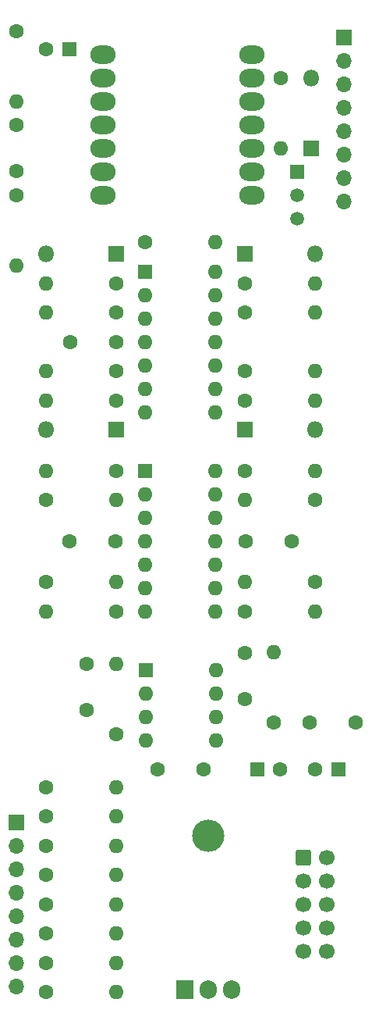
<source format=gbr>
%TF.GenerationSoftware,KiCad,Pcbnew,8.0.7*%
%TF.CreationDate,2025-03-25T15:13:18-04:00*%
%TF.ProjectId,bing-bong-pcb-audio,62696e67-2d62-46f6-9e67-2d7063622d61,rev?*%
%TF.SameCoordinates,Original*%
%TF.FileFunction,Soldermask,Top*%
%TF.FilePolarity,Negative*%
%FSLAX46Y46*%
G04 Gerber Fmt 4.6, Leading zero omitted, Abs format (unit mm)*
G04 Created by KiCad (PCBNEW 8.0.7) date 2025-03-25 15:13:18*
%MOMM*%
%LPD*%
G01*
G04 APERTURE LIST*
G04 Aperture macros list*
%AMRoundRect*
0 Rectangle with rounded corners*
0 $1 Rounding radius*
0 $2 $3 $4 $5 $6 $7 $8 $9 X,Y pos of 4 corners*
0 Add a 4 corners polygon primitive as box body*
4,1,4,$2,$3,$4,$5,$6,$7,$8,$9,$2,$3,0*
0 Add four circle primitives for the rounded corners*
1,1,$1+$1,$2,$3*
1,1,$1+$1,$4,$5*
1,1,$1+$1,$6,$7*
1,1,$1+$1,$8,$9*
0 Add four rect primitives between the rounded corners*
20,1,$1+$1,$2,$3,$4,$5,0*
20,1,$1+$1,$4,$5,$6,$7,0*
20,1,$1+$1,$6,$7,$8,$9,0*
20,1,$1+$1,$8,$9,$2,$3,0*%
G04 Aperture macros list end*
%ADD10C,1.600000*%
%ADD11O,1.600000X1.600000*%
%ADD12R,1.800000X1.800000*%
%ADD13O,1.800000X1.800000*%
%ADD14R,1.700000X1.700000*%
%ADD15O,1.700000X1.700000*%
%ADD16R,1.600000X1.600000*%
%ADD17O,2.748280X1.998980*%
%ADD18R,1.500000X1.500000*%
%ADD19C,1.500000*%
%ADD20RoundRect,0.250000X-0.600000X-0.600000X0.600000X-0.600000X0.600000X0.600000X-0.600000X0.600000X0*%
%ADD21C,1.700000*%
%ADD22O,3.500000X3.500000*%
%ADD23R,1.905000X2.000000*%
%ADD24O,1.905000X2.000000*%
G04 APERTURE END LIST*
D10*
%TO.C,R9*%
X132969000Y-91811000D03*
D11*
X140589000Y-91811000D03*
%TD*%
D12*
%TO.C,D1*%
X161798000Y-53711000D03*
D13*
X161798000Y-46091000D03*
%TD*%
D10*
%TO.C,R12*%
X132969000Y-122926000D03*
D11*
X140589000Y-122926000D03*
%TD*%
D10*
%TO.C,R13*%
X132969000Y-132451000D03*
D11*
X140589000Y-132451000D03*
%TD*%
D14*
%TO.C,J3*%
X129794000Y-126736000D03*
D15*
X129794000Y-129276000D03*
X129794000Y-131816000D03*
X129794000Y-134356000D03*
X129794000Y-136896000D03*
X129794000Y-139436000D03*
X129794000Y-141976000D03*
X129794000Y-144516000D03*
%TD*%
D10*
%TO.C,R30*%
X154559000Y-68316000D03*
D11*
X162179000Y-68316000D03*
%TD*%
D16*
%TO.C,C3*%
X155893888Y-121021000D03*
D10*
X158393888Y-121021000D03*
%TD*%
%TO.C,C1*%
X161584000Y-115941000D03*
X166584000Y-115941000D03*
%TD*%
D16*
%TO.C,C6*%
X135509000Y-42916000D03*
D10*
X133009000Y-42916000D03*
%TD*%
%TO.C,R3*%
X129794000Y-41011000D03*
D11*
X129794000Y-48631000D03*
%TD*%
D10*
%TO.C,R2*%
X143764000Y-63871000D03*
D11*
X151384000Y-63871000D03*
%TD*%
D10*
%TO.C,C7*%
X137414000Y-109591000D03*
X137414000Y-114591000D03*
%TD*%
%TO.C,R4*%
X129794000Y-58791000D03*
D11*
X129794000Y-66411000D03*
%TD*%
D10*
%TO.C,C11*%
X140589000Y-74666000D03*
X135589000Y-74666000D03*
%TD*%
%TO.C,R16*%
X132969000Y-129276000D03*
D11*
X140589000Y-129276000D03*
%TD*%
D10*
%TO.C,C5*%
X145074000Y-121021000D03*
X150074000Y-121021000D03*
%TD*%
%TO.C,R21*%
X154559000Y-77841000D03*
D11*
X162179000Y-77841000D03*
%TD*%
D10*
%TO.C,R1*%
X158496000Y-46091000D03*
D11*
X158496000Y-53711000D03*
%TD*%
D10*
%TO.C,C4*%
X154559000Y-108361000D03*
X154559000Y-113361000D03*
%TD*%
D17*
%TO.C,U1*%
X139157710Y-43536490D03*
X139157710Y-46076490D03*
X139157710Y-48616490D03*
X139157710Y-51156490D03*
X139157710Y-53696490D03*
X139157710Y-56236490D03*
X139157710Y-58776490D03*
X155322270Y-58776490D03*
X155322270Y-56236490D03*
X155322270Y-53696490D03*
X155322270Y-51156490D03*
X155322270Y-48616490D03*
X155322270Y-46076490D03*
X155322270Y-43536490D03*
%TD*%
D10*
%TO.C,R17*%
X140589000Y-103876000D03*
D11*
X132969000Y-103876000D03*
%TD*%
D18*
%TO.C,Q1*%
X160274000Y-56251000D03*
D19*
X160274000Y-58791000D03*
X160274000Y-61331000D03*
%TD*%
D10*
%TO.C,R7*%
X140589000Y-88636000D03*
D11*
X132969000Y-88636000D03*
%TD*%
D14*
%TO.C,J2*%
X165354000Y-41646000D03*
D15*
X165354000Y-44186000D03*
X165354000Y-46726000D03*
X165354000Y-49266000D03*
X165354000Y-51806000D03*
X165354000Y-54346000D03*
X165354000Y-56886000D03*
X165354000Y-59426000D03*
%TD*%
D10*
%TO.C,R5*%
X140589000Y-117211000D03*
D11*
X140589000Y-109591000D03*
%TD*%
D10*
%TO.C,R8*%
X140589000Y-71491000D03*
D11*
X132969000Y-71491000D03*
%TD*%
D10*
%TO.C,R11*%
X132969000Y-126101000D03*
D11*
X140589000Y-126101000D03*
%TD*%
D10*
%TO.C,R10*%
X140589000Y-68316000D03*
D11*
X132969000Y-68316000D03*
%TD*%
D10*
%TO.C,R6*%
X157734000Y-115941000D03*
D11*
X157734000Y-108321000D03*
%TD*%
D16*
%TO.C,U5*%
X143764000Y-67056000D03*
D11*
X143764000Y-69596000D03*
X143764000Y-72136000D03*
X143764000Y-74676000D03*
X143764000Y-77216000D03*
X143764000Y-79756000D03*
X143764000Y-82296000D03*
X151384000Y-82296000D03*
X151384000Y-79756000D03*
X151384000Y-77216000D03*
X151384000Y-74676000D03*
X151384000Y-72136000D03*
X151384000Y-69596000D03*
X151384000Y-67056000D03*
%TD*%
D12*
%TO.C,D5*%
X154559000Y-65141000D03*
D13*
X162179000Y-65141000D03*
%TD*%
D10*
%TO.C,R14*%
X132969000Y-100701000D03*
D11*
X140589000Y-100701000D03*
%TD*%
D10*
%TO.C,R29*%
X154559000Y-88636000D03*
D11*
X162179000Y-88636000D03*
%TD*%
D10*
%TO.C,C10*%
X159639000Y-96256000D03*
X154639000Y-96256000D03*
%TD*%
%TO.C,R25*%
X132969000Y-145151000D03*
D11*
X140589000Y-145151000D03*
%TD*%
D10*
%TO.C,R15*%
X140589000Y-77841000D03*
D11*
X132969000Y-77841000D03*
%TD*%
D12*
%TO.C,D4*%
X154559000Y-84191000D03*
D13*
X162179000Y-84191000D03*
%TD*%
D12*
%TO.C,D3*%
X140589000Y-84191000D03*
D13*
X132969000Y-84191000D03*
%TD*%
D10*
%TO.C,R27*%
X154559000Y-71491000D03*
D11*
X162179000Y-71491000D03*
%TD*%
D10*
%TO.C,R24*%
X154559000Y-81016000D03*
D11*
X162179000Y-81016000D03*
%TD*%
D20*
%TO.C,J1*%
X160909000Y-130546000D03*
D21*
X163449000Y-130546000D03*
X160909000Y-133086000D03*
X163449000Y-133086000D03*
X160909000Y-135626000D03*
X163449000Y-135626000D03*
X160909000Y-138166000D03*
X163449000Y-138166000D03*
X160909000Y-140706000D03*
X163449000Y-140706000D03*
%TD*%
D10*
%TO.C,R22*%
X132969000Y-135626000D03*
D11*
X140589000Y-135626000D03*
%TD*%
D10*
%TO.C,R20*%
X162179000Y-100701000D03*
D11*
X154559000Y-100701000D03*
%TD*%
D10*
%TO.C,R23*%
X154559000Y-103876000D03*
D11*
X162179000Y-103876000D03*
%TD*%
D10*
%TO.C,R18*%
X140589000Y-81016000D03*
D11*
X132969000Y-81016000D03*
%TD*%
D10*
%TO.C,R26*%
X162179000Y-91811000D03*
D11*
X154559000Y-91811000D03*
%TD*%
D10*
%TO.C,R28*%
X132969000Y-141976000D03*
D11*
X140589000Y-141976000D03*
%TD*%
D16*
%TO.C,U4*%
X143764000Y-88646000D03*
D11*
X143764000Y-91186000D03*
X143764000Y-93726000D03*
X143764000Y-96266000D03*
X143764000Y-98806000D03*
X143764000Y-101346000D03*
X143764000Y-103886000D03*
X151384000Y-103886000D03*
X151384000Y-101346000D03*
X151384000Y-98806000D03*
X151384000Y-96266000D03*
X151384000Y-93726000D03*
X151384000Y-91186000D03*
X151384000Y-88646000D03*
%TD*%
D10*
%TO.C,C9*%
X140549000Y-96256000D03*
X135549000Y-96256000D03*
%TD*%
%TO.C,C8*%
X129794000Y-51171000D03*
X129794000Y-56171000D03*
%TD*%
D12*
%TO.C,D2*%
X140589000Y-65141000D03*
D13*
X132969000Y-65141000D03*
%TD*%
D22*
%TO.C,U2*%
X150622000Y-128196000D03*
D23*
X148082000Y-144856000D03*
D24*
X150622000Y-144856000D03*
X153162000Y-144856000D03*
%TD*%
D16*
%TO.C,C2*%
X164719000Y-121021000D03*
D10*
X162219000Y-121021000D03*
%TD*%
%TO.C,R19*%
X132969000Y-138801000D03*
D11*
X140589000Y-138801000D03*
%TD*%
D16*
%TO.C,U3*%
X143774000Y-110236000D03*
D11*
X143774000Y-112776000D03*
X143774000Y-115316000D03*
X143774000Y-117856000D03*
X151394000Y-117856000D03*
X151394000Y-115316000D03*
X151394000Y-112776000D03*
X151394000Y-110236000D03*
%TD*%
M02*

</source>
